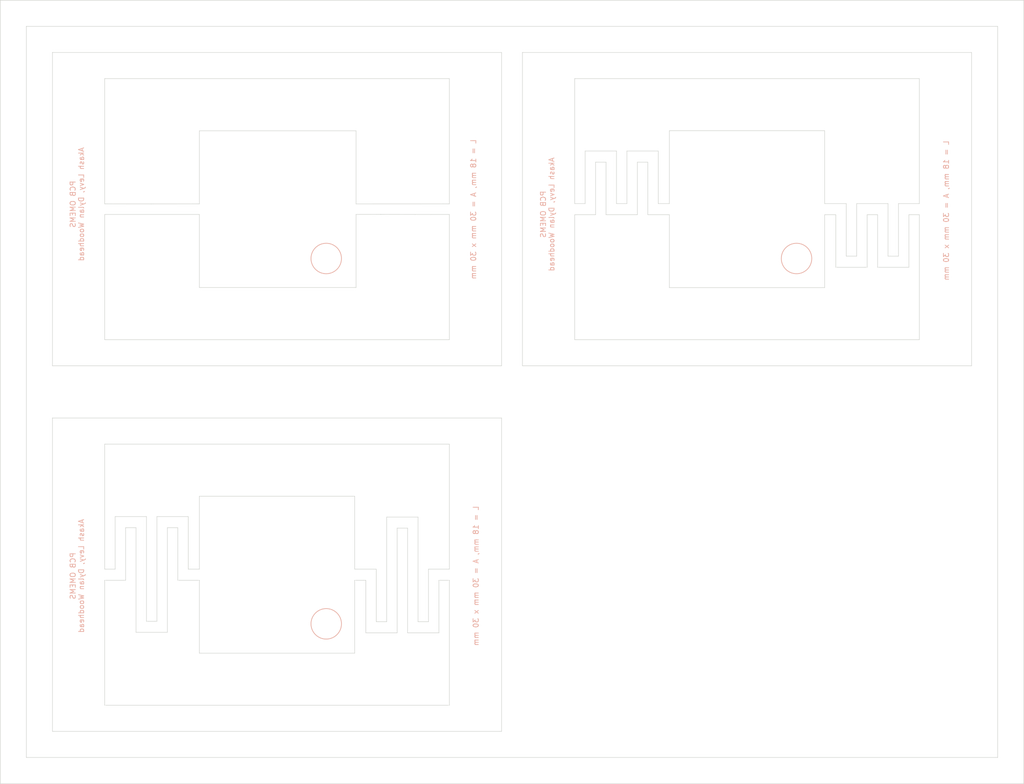
<source format=kicad_pcb>
(kicad_pcb (version 20171130) (host pcbnew "(5.1.4-0-10_14)")

  (general
    (thickness 1.6)
    (drawings 172)
    (tracks 0)
    (zones 0)
    (modules 0)
    (nets 1)
  )

  (page A4)
  (layers
    (0 F.Cu signal hide)
    (31 B.Cu signal hide)
    (32 B.Adhes user hide)
    (33 F.Adhes user hide)
    (34 B.Paste user hide)
    (35 F.Paste user hide)
    (36 B.SilkS user)
    (37 F.SilkS user hide)
    (38 B.Mask user hide)
    (39 F.Mask user hide)
    (40 Dwgs.User user hide)
    (41 Cmts.User user hide)
    (42 Eco1.User user)
    (43 Eco2.User user hide)
    (44 Edge.Cuts user)
    (45 Margin user hide)
    (46 B.CrtYd user hide)
    (47 F.CrtYd user hide)
    (48 B.Fab user hide)
    (49 F.Fab user hide)
  )

  (setup
    (last_trace_width 0.25)
    (trace_clearance 0.2)
    (zone_clearance 0.508)
    (zone_45_only no)
    (trace_min 0.2)
    (via_size 0.6)
    (via_drill 0.4)
    (via_min_size 0.4)
    (via_min_drill 0.3)
    (uvia_size 0.3)
    (uvia_drill 0.1)
    (uvias_allowed no)
    (uvia_min_size 0.2)
    (uvia_min_drill 0.1)
    (edge_width 0.15)
    (segment_width 0.2)
    (pcb_text_width 0.3)
    (pcb_text_size 1.5 1.5)
    (mod_edge_width 0.15)
    (mod_text_size 1 1)
    (mod_text_width 0.15)
    (pad_size 1.524 1.524)
    (pad_drill 0.762)
    (pad_to_mask_clearance 0.2)
    (aux_axis_origin 0 0)
    (visible_elements FFFFFF7F)
    (pcbplotparams
      (layerselection 0x010f0_80000001)
      (usegerberextensions false)
      (usegerberattributes false)
      (usegerberadvancedattributes false)
      (creategerberjobfile false)
      (excludeedgelayer true)
      (linewidth 0.100000)
      (plotframeref false)
      (viasonmask false)
      (mode 1)
      (useauxorigin false)
      (hpglpennumber 1)
      (hpglpenspeed 20)
      (hpglpendiameter 15.000000)
      (psnegative false)
      (psa4output false)
      (plotreference true)
      (plotvalue true)
      (plotinvisibletext false)
      (padsonsilk false)
      (subtractmaskfromsilk false)
      (outputformat 1)
      (mirror false)
      (drillshape 1)
      (scaleselection 1)
      (outputdirectory "gerbers/"))
  )

  (net 0 "")

  (net_class Default "This is the default net class."
    (clearance 0.2)
    (trace_width 0.25)
    (via_dia 0.6)
    (via_drill 0.4)
    (uvia_dia 0.3)
    (uvia_drill 0.1)
  )

  (gr_text "L = 18 mm, A = 30 mm x 30 mm" (at 83.15 -54.73 90) (layer B.SilkS) (tstamp 5DB4F731)
    (effects (font (size 1 1) (thickness 0.15)) (justify mirror))
  )
  (gr_text "L = 18 mm, A = 30 mm x 30 mm" (at -7.39 -54.97 90) (layer B.SilkS) (tstamp 5DB4F731)
    (effects (font (size 1 1) (thickness 0.15)) (justify mirror))
  )
  (gr_text "L = 18 mm, A = 30 mm x 30 mm" (at -6.91 15.23 90) (layer B.SilkS)
    (effects (font (size 1 1) (thickness 0.15)) (justify mirror))
  )
  (gr_text "PCB OMEMS\nAkash Levy, Dylan Woodhead" (at -83.28 15.23 90) (layer B.SilkS) (tstamp 5DB4F653)
    (effects (font (size 1 1) (thickness 0.15)) (justify mirror))
  )
  (gr_text "PCB OMEMS\nAkash Levy, Dylan Woodhead" (at 6.78 -54.01 90) (layer B.SilkS) (tstamp 5DB4F653)
    (effects (font (size 1 1) (thickness 0.15)) (justify mirror))
  )
  (gr_text "PCB OMEMS\nAkash Levy, Dylan Woodhead" (at -83.28 -55.95 90) (layer B.SilkS)
    (effects (font (size 1 1) (thickness 0.15)) (justify mirror))
  )
  (gr_circle (center -35.58 24.41) (end -33.4 26.35) (layer B.SilkS) (width 0.15) (tstamp 5DB4F579))
  (gr_circle (center 54.48 -45.55) (end 56.66 -43.61) (layer B.SilkS) (width 0.15) (tstamp 5DB4F579))
  (gr_circle (center -35.58 -45.55) (end -33.4 -43.61) (layer B.SilkS) (width 0.15))
  (gr_line (start -26.87 -12.37) (end -26.87 -27.38) (layer Eco1.User) (width 0.15))
  (gr_line (start -64.88 -12.86) (end -64.88 -26.9) (layer Eco1.User) (width 0.15))
  (gr_line (start -64.64 43.11) (end -64.64 51.24) (layer Eco1.User) (width 0.15) (tstamp 5DB4F2A7))
  (gr_line (start -26.64 43.46) (end -26.64 51.06) (layer Eco1.User) (width 0.15) (tstamp 5DB4F2A6))
  (gr_line (start 86.81 -73.47) (end 94.41 -73.47) (layer Eco1.User) (width 0.15) (tstamp 5DB4F26F))
  (gr_line (start 86.46 -35.47) (end 94.59 -35.47) (layer Eco1.User) (width 0.15) (tstamp 5DB4F26E))
  (gr_line (start -93.61 -3.49) (end -86.01 -3.49) (layer Eco1.User) (width 0.15) (tstamp 5DB4F26F))
  (gr_line (start -93.96 34.51) (end -85.83 34.51) (layer Eco1.User) (width 0.15) (tstamp 5DB4F26E))
  (gr_line (start 24.67 -91.31) (end 24.67 -83.18) (layer Eco1.User) (width 0.15) (tstamp 5DB4F24F))
  (gr_line (start 62.67 -90.96) (end 62.67 -83.36) (layer Eco1.User) (width 0.15) (tstamp 5DB4F24E))
  (gr_line (start -26.64 -91.44) (end -26.64 -83.84) (layer Eco1.User) (width 0.15) (tstamp 5DB4F144))
  (gr_line (start -64.64 -91.79) (end -64.64 -83.66) (layer Eco1.User) (width 0.15) (tstamp 5DB4F143))
  (gr_line (start -94.17 -73.47) (end -86.57 -73.47) (layer Eco1.User) (width 0.15) (tstamp 5DB4F144))
  (gr_line (start -94.52 -35.47) (end -86.39 -35.47) (layer Eco1.User) (width 0.15) (tstamp 5DB4F143))
  (gr_line (start -3.59 -35.47) (end 4.54 -35.47) (layer Eco1.User) (width 0.15))
  (gr_line (start -3.24 -73.47) (end 4.36 -73.47) (layer Eco1.User) (width 0.15))
  (gr_line (start -98 -95) (end 98 -95) (layer Edge.Cuts) (width 0.1))
  (gr_line (start 98 -95) (end 98 55) (layer Edge.Cuts) (width 0.1))
  (gr_line (start 98 55) (end -98 55) (layer Edge.Cuts) (width 0.1))
  (gr_line (start -98 55) (end -98 -95) (layer Edge.Cuts) (width 0.1))
  (gr_line (start -98 -95) (end -98 -95) (layer Edge.Cuts) (width 0.1))
  (gr_line (start -93 -90) (end 93 -90) (layer Edge.Cuts) (width 0.1))
  (gr_line (start 93 -90) (end 93 50) (layer Edge.Cuts) (width 0.1))
  (gr_line (start 93 50) (end -93 50) (layer Edge.Cuts) (width 0.1))
  (gr_line (start -93 50) (end -93 -90) (layer Edge.Cuts) (width 0.1))
  (gr_line (start -93 -90) (end -93 -90) (layer Edge.Cuts) (width 0.1))
  (gr_line (start -88 -15) (end -2 -15) (layer Edge.Cuts) (width 0.1))
  (gr_line (start -2 -15) (end -2 45) (layer Edge.Cuts) (width 0.1))
  (gr_line (start -2 45) (end -88 45) (layer Edge.Cuts) (width 0.1))
  (gr_line (start -88 45) (end -88 -15) (layer Edge.Cuts) (width 0.1))
  (gr_line (start -88 -15) (end -88 -15) (layer Edge.Cuts) (width 0.1))
  (gr_line (start 2 -85) (end 88 -85) (layer Edge.Cuts) (width 0.1))
  (gr_line (start 88 -85) (end 88 -25) (layer Edge.Cuts) (width 0.1))
  (gr_line (start 88 -25) (end 2 -25) (layer Edge.Cuts) (width 0.1))
  (gr_line (start 2 -25) (end 2 -85) (layer Edge.Cuts) (width 0.1))
  (gr_line (start 2 -85) (end 2 -85) (layer Edge.Cuts) (width 0.1))
  (gr_line (start -88 -85) (end -2 -85) (layer Edge.Cuts) (width 0.1))
  (gr_line (start -2 -85) (end -2 -25) (layer Edge.Cuts) (width 0.1))
  (gr_line (start -2 -25) (end -88 -25) (layer Edge.Cuts) (width 0.1))
  (gr_line (start -88 -25) (end -88 -85) (layer Edge.Cuts) (width 0.1))
  (gr_line (start -88 -85) (end -88 -85) (layer Edge.Cuts) (width 0.1))
  (gr_line (start -73.999733 6) (end -73.999733 16.06508) (layer Edge.Cuts) (width 0.1))
  (gr_line (start -73.999733 16.06508) (end -78 16.06508) (layer Edge.Cuts) (width 0.1))
  (gr_line (start -78 16.06508) (end -78 40) (layer Edge.Cuts) (width 0.1))
  (gr_line (start -78 40) (end -12.000001 40) (layer Edge.Cuts) (width 0.1))
  (gr_line (start -12.000001 40) (end -12.000001 16.06508) (layer Edge.Cuts) (width 0.1))
  (gr_line (start -12.000001 16.06508) (end -13.999875 16.06508) (layer Edge.Cuts) (width 0.1))
  (gr_line (start -13.999875 16.06508) (end -13.999875 26.13068) (layer Edge.Cuts) (width 0.1))
  (gr_line (start -13.999875 26.13068) (end -20.000015 26.13068) (layer Edge.Cuts) (width 0.1))
  (gr_line (start -20.000015 26.13068) (end -20.000015 6.07991) (layer Edge.Cuts) (width 0.1))
  (gr_line (start -20.000015 6.07991) (end -21.999891 6.07991) (layer Edge.Cuts) (width 0.1))
  (gr_line (start -21.999891 6.07991) (end -21.999891 26.13068) (layer Edge.Cuts) (width 0.1))
  (gr_line (start -21.999891 26.13068) (end -28.00003 26.13068) (layer Edge.Cuts) (width 0.1))
  (gr_line (start -28.00003 26.13068) (end -28.00003 16.06508) (layer Edge.Cuts) (width 0.1))
  (gr_line (start -28.00003 16.06508) (end -30.132715 16.06508) (layer Edge.Cuts) (width 0.1))
  (gr_line (start -30.132715 16.06508) (end -30.132715 30.0236) (layer Edge.Cuts) (width 0.1))
  (gr_line (start -30.132715 30.0236) (end -59.867285 30.0236) (layer Edge.Cuts) (width 0.1))
  (gr_line (start -59.867285 30.0236) (end -59.867285 16.06508) (layer Edge.Cuts) (width 0.1))
  (gr_line (start -59.867285 16.06508) (end -63.999843 16.06508) (layer Edge.Cuts) (width 0.1))
  (gr_line (start -63.999843 16.06508) (end -63.999843 6) (layer Edge.Cuts) (width 0.1))
  (gr_line (start -63.999843 6) (end -65.999718 6) (layer Edge.Cuts) (width 0.1))
  (gr_line (start -65.999718 6) (end -65.999718 26.03324) (layer Edge.Cuts) (width 0.1))
  (gr_line (start -65.999718 26.03324) (end -71.999859 26.03324) (layer Edge.Cuts) (width 0.1))
  (gr_line (start -71.999859 26.03324) (end -71.999859 6) (layer Edge.Cuts) (width 0.1))
  (gr_line (start -71.999859 6) (end -73.999733 6) (layer Edge.Cuts) (width 0.1))
  (gr_line (start -73.999733 6) (end -73.999733 6) (layer Edge.Cuts) (width 0.1))
  (gr_line (start -78.000001 -10.00043) (end -78.000001 13.93449) (layer Edge.Cuts) (width 0.1))
  (gr_line (start -78.000001 13.93449) (end -75.99961 13.93449) (layer Edge.Cuts) (width 0.1))
  (gr_line (start -75.99961 13.93449) (end -75.99961 3.8689) (layer Edge.Cuts) (width 0.1))
  (gr_line (start -75.99961 3.8689) (end -69.999986 3.8689) (layer Edge.Cuts) (width 0.1))
  (gr_line (start -69.999986 3.8689) (end -69.999986 23.91967) (layer Edge.Cuts) (width 0.1))
  (gr_line (start -69.999986 23.91967) (end -67.999594 23.91967) (layer Edge.Cuts) (width 0.1))
  (gr_line (start -67.999594 23.91967) (end -67.999594 3.8689) (layer Edge.Cuts) (width 0.1))
  (gr_line (start -67.999594 3.8689) (end -61.999971 3.8689) (layer Edge.Cuts) (width 0.1))
  (gr_line (start -61.999971 3.8689) (end -61.999971 13.93449) (layer Edge.Cuts) (width 0.1))
  (gr_line (start -61.999971 13.93449) (end -59.867287 13.93449) (layer Edge.Cuts) (width 0.1))
  (gr_line (start -59.867287 13.93449) (end -59.867287 -0.023501) (layer Edge.Cuts) (width 0.1))
  (gr_line (start -59.867287 -0.023501) (end -30.132717 -0.023501) (layer Edge.Cuts) (width 0.1))
  (gr_line (start -30.132717 -0.023501) (end -30.132717 13.93449) (layer Edge.Cuts) (width 0.1))
  (gr_line (start -30.132717 13.93449) (end -25.999644 13.93449) (layer Edge.Cuts) (width 0.1))
  (gr_line (start -25.999644 13.93449) (end -25.999644 23.99957) (layer Edge.Cuts) (width 0.1))
  (gr_line (start -25.999644 23.99957) (end -23.999767 23.99957) (layer Edge.Cuts) (width 0.1))
  (gr_line (start -23.999767 23.99957) (end -23.999767 3.96685) (layer Edge.Cuts) (width 0.1))
  (gr_line (start -23.999767 3.96685) (end -17.999628 3.96685) (layer Edge.Cuts) (width 0.1))
  (gr_line (start -17.999628 3.96685) (end -17.999628 23.99957) (layer Edge.Cuts) (width 0.1))
  (gr_line (start -17.999628 23.99957) (end -15.99975 23.99957) (layer Edge.Cuts) (width 0.1))
  (gr_line (start -15.99975 23.99957) (end -15.99975 13.93449) (layer Edge.Cuts) (width 0.1))
  (gr_line (start -15.99975 13.93449) (end -12.000003 13.93449) (layer Edge.Cuts) (width 0.1))
  (gr_line (start -12.000003 13.93449) (end -12.000003 -10.00043) (layer Edge.Cuts) (width 0.1))
  (gr_line (start -12.000003 -10.00043) (end -78.000001 -10.00043) (layer Edge.Cuts) (width 0.1))
  (gr_line (start -78.000001 -10.00043) (end -78.000001 -10.00043) (layer Edge.Cuts) (width 0.1))
  (gr_line (start 16.00028 -64) (end 16.00028 -53.934558) (layer Edge.Cuts) (width 0.1))
  (gr_line (start 16.00028 -53.934558) (end 12 -53.934558) (layer Edge.Cuts) (width 0.1))
  (gr_line (start 12 -53.934558) (end 12 -30) (layer Edge.Cuts) (width 0.1))
  (gr_line (start 12 -30) (end 78.00011 -30) (layer Edge.Cuts) (width 0.1))
  (gr_line (start 78.00011 -30) (end 78.00011 -53.934558) (layer Edge.Cuts) (width 0.1))
  (gr_line (start 78.00011 -53.934558) (end 76.00023 -53.934558) (layer Edge.Cuts) (width 0.1))
  (gr_line (start 76.00023 -53.934558) (end 76.00023 -43.869113) (layer Edge.Cuts) (width 0.1))
  (gr_line (start 76.00023 -43.869113) (end 70.00008 -43.869113) (layer Edge.Cuts) (width 0.1))
  (gr_line (start 70.00008 -43.869113) (end 70.00008 -53.934558) (layer Edge.Cuts) (width 0.1))
  (gr_line (start 70.00008 -53.934558) (end 68.0002 -53.934558) (layer Edge.Cuts) (width 0.1))
  (gr_line (start 68.0002 -53.934558) (end 68.0002 -43.869113) (layer Edge.Cuts) (width 0.1))
  (gr_line (start 68.0002 -43.869113) (end 62.00005 -43.869113) (layer Edge.Cuts) (width 0.1))
  (gr_line (start 62.00005 -43.869113) (end 62.00005 -53.934558) (layer Edge.Cuts) (width 0.1))
  (gr_line (start 62.00005 -53.934558) (end 59.86737 -53.934558) (layer Edge.Cuts) (width 0.1))
  (gr_line (start 59.86737 -53.934558) (end 59.86737 -39.976256) (layer Edge.Cuts) (width 0.1))
  (gr_line (start 59.86737 -39.976256) (end 30.13275 -39.976256) (layer Edge.Cuts) (width 0.1))
  (gr_line (start 30.13275 -39.976256) (end 30.13275 -53.934558) (layer Edge.Cuts) (width 0.1))
  (gr_line (start 30.13275 -53.934558) (end 26.00018 -53.934558) (layer Edge.Cuts) (width 0.1))
  (gr_line (start 26.00018 -53.934558) (end 26.00018 -64) (layer Edge.Cuts) (width 0.1))
  (gr_line (start 26.00018 -64) (end 24.00031 -64) (layer Edge.Cuts) (width 0.1))
  (gr_line (start 24.00031 -64) (end 24.00031 -53.934558) (layer Edge.Cuts) (width 0.1))
  (gr_line (start 24.00031 -53.934558) (end 18.00015 -53.934558) (layer Edge.Cuts) (width 0.1))
  (gr_line (start 18.00015 -53.934558) (end 18.00015 -64) (layer Edge.Cuts) (width 0.1))
  (gr_line (start 18.00015 -64) (end 16.00028 -64) (layer Edge.Cuts) (width 0.1))
  (gr_line (start 16.00028 -64) (end 16.00028 -64) (layer Edge.Cuts) (width 0.1))
  (gr_line (start 12 -80) (end 12 -56.065595) (layer Edge.Cuts) (width 0.1))
  (gr_line (start 12 -56.065595) (end 14.0004 -56.065595) (layer Edge.Cuts) (width 0.1))
  (gr_line (start 14.0004 -56.065595) (end 14.0004 -66.130676) (layer Edge.Cuts) (width 0.1))
  (gr_line (start 14.0004 -66.130676) (end 20.00003 -66.130676) (layer Edge.Cuts) (width 0.1))
  (gr_line (start 20.00003 -66.130676) (end 20.00003 -56.065595) (layer Edge.Cuts) (width 0.1))
  (gr_line (start 20.00003 -56.065595) (end 22.00043 -56.065595) (layer Edge.Cuts) (width 0.1))
  (gr_line (start 22.00043 -56.065595) (end 22.00043 -66.130676) (layer Edge.Cuts) (width 0.1))
  (gr_line (start 22.00043 -66.130676) (end 28.00006 -66.130676) (layer Edge.Cuts) (width 0.1))
  (gr_line (start 28.00006 -66.130676) (end 28.00006 -56.065595) (layer Edge.Cuts) (width 0.1))
  (gr_line (start 28.00006 -56.065595) (end 30.13275 -56.065595) (layer Edge.Cuts) (width 0.1))
  (gr_line (start 30.13275 -56.065595) (end 30.13275 -70.023592) (layer Edge.Cuts) (width 0.1))
  (gr_line (start 30.13275 -70.023592) (end 59.86737 -70.023592) (layer Edge.Cuts) (width 0.1))
  (gr_line (start 59.86737 -70.023592) (end 59.86737 -56.065595) (layer Edge.Cuts) (width 0.1))
  (gr_line (start 59.86737 -56.065595) (end 64.00045 -56.065595) (layer Edge.Cuts) (width 0.1))
  (gr_line (start 64.00045 -56.065595) (end 64.00045 -46.000515) (layer Edge.Cuts) (width 0.1))
  (gr_line (start 64.00045 -46.000515) (end 66.00033 -46.000515) (layer Edge.Cuts) (width 0.1))
  (gr_line (start 66.00033 -46.000515) (end 66.00033 -56.065595) (layer Edge.Cuts) (width 0.1))
  (gr_line (start 66.00033 -56.065595) (end 72.00047 -56.065595) (layer Edge.Cuts) (width 0.1))
  (gr_line (start 72.00047 -56.065595) (end 72.00047 -46) (layer Edge.Cuts) (width 0.1))
  (gr_line (start 72.00047 -46) (end 74.00035 -46) (layer Edge.Cuts) (width 0.1))
  (gr_line (start 74.00035 -46) (end 74.00035 -56.065595) (layer Edge.Cuts) (width 0.1))
  (gr_line (start 74.00035 -56.065595) (end 78.00011 -56.065595) (layer Edge.Cuts) (width 0.1))
  (gr_line (start 78.00011 -56.065595) (end 78.00011 -80) (layer Edge.Cuts) (width 0.1))
  (gr_line (start 78.00011 -80) (end 12 -80) (layer Edge.Cuts) (width 0.1))
  (gr_line (start 12 -80) (end 12 -80) (layer Edge.Cuts) (width 0.1))
  (gr_line (start -25.137594 -53.999856) (end -29.867021 -53.990556) (layer Edge.Cuts) (width 0.1))
  (gr_line (start -29.867021 -53.990556) (end -29.867021 -39.995632) (layer Edge.Cuts) (width 0.1))
  (gr_line (start -29.867021 -39.995632) (end -59.867257 -39.995632) (layer Edge.Cuts) (width 0.1))
  (gr_line (start -59.867257 -39.995632) (end -59.867257 -53.981766) (layer Edge.Cuts) (width 0.1))
  (gr_line (start -59.867257 -53.981766) (end -78 -53.981766) (layer Edge.Cuts) (width 0.1))
  (gr_line (start -78 -53.981766) (end -78 -30.000001) (layer Edge.Cuts) (width 0.1))
  (gr_line (start -78 -30.000001) (end -11.999896 -30.000001) (layer Edge.Cuts) (width 0.1))
  (gr_line (start -11.999896 -30.000001) (end -11.999896 -53.981766) (layer Edge.Cuts) (width 0.1))
  (gr_line (start -11.999896 -53.981766) (end -18.537929 -53.985092) (layer Edge.Cuts) (width 0.1))
  (gr_line (start -18.537929 -53.985092) (end -25.137594 -53.999856) (layer Edge.Cuts) (width 0.1))
  (gr_line (start -25.137594 -53.999856) (end -25.137594 -53.999856) (layer Edge.Cuts) (width 0.1))
  (gr_line (start -25.137594 -53.999856) (end -25.137594 -53.999856) (layer Edge.Cuts) (width 0.1))
  (gr_line (start -78 -80.000187) (end -78 -56.009859) (layer Edge.Cuts) (width 0.1))
  (gr_line (start -78 -56.009859) (end -69.102068 -56.003675) (layer Edge.Cuts) (width 0.1))
  (gr_line (start -69.102068 -56.003675) (end -59.867257 -56.009859) (layer Edge.Cuts) (width 0.1))
  (gr_line (start -59.867257 -56.009859) (end -59.867257 -70.000168) (layer Edge.Cuts) (width 0.1))
  (gr_line (start -59.867257 -70.000168) (end -29.867021 -70.000168) (layer Edge.Cuts) (width 0.1))
  (gr_line (start -29.867021 -70.000168) (end -29.867021 -56.001073) (layer Edge.Cuts) (width 0.1))
  (gr_line (start -29.867021 -56.001073) (end -11.999896 -56.009373) (layer Edge.Cuts) (width 0.1))
  (gr_line (start -11.999896 -56.009373) (end -11.999896 -80.000233) (layer Edge.Cuts) (width 0.1))
  (gr_line (start -11.999896 -80.000233) (end -78 -80.000187) (layer Edge.Cuts) (width 0.1))
  (gr_line (start -78 -80.000187) (end -78 -80.000187) (layer Edge.Cuts) (width 0.1))

)

</source>
